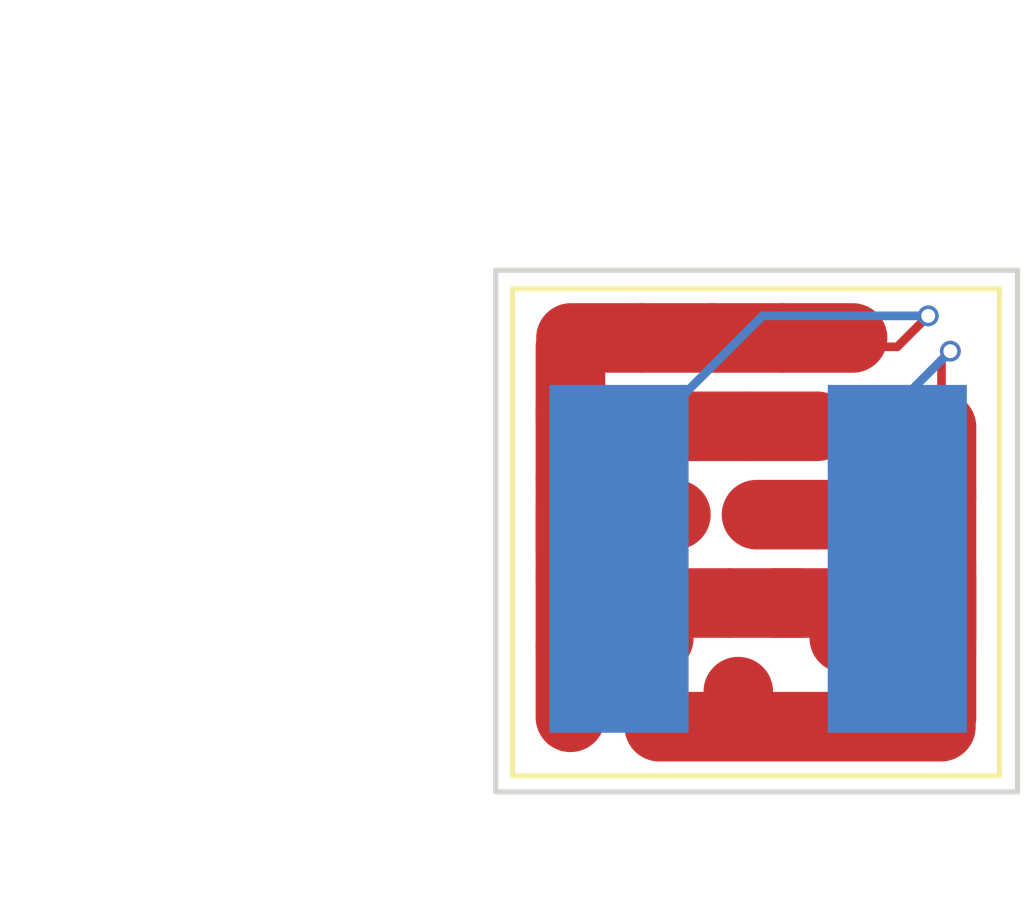
<source format=kicad_pcb>
(kicad_pcb (version 4) (host pcbnew 4.0.6)

  (general
    (links 33)
    (no_connects 20)
    (area 138.033002 82.704659 165.075001 108.263)
    (thickness 1.6)
    (drawings 6)
    (tracks 13)
    (zones 0)
    (modules 2)
    (nets 3)
  )

  (page A4)
  (layers
    (0 F.Cu signal)
    (31 B.Cu signal)
    (32 B.Adhes user)
    (33 F.Adhes user)
    (34 B.Paste user)
    (35 F.Paste user)
    (36 B.SilkS user)
    (37 F.SilkS user)
    (38 B.Mask user)
    (39 F.Mask user)
    (40 Dwgs.User user)
    (41 Cmts.User user)
    (42 Eco1.User user)
    (43 Eco2.User user)
    (44 Edge.Cuts user)
    (45 Margin user)
    (46 B.CrtYd user)
    (47 F.CrtYd user)
    (48 B.Fab user)
    (49 F.Fab user)
  )

  (setup
    (last_trace_width 0.25)
    (trace_clearance 0.2)
    (zone_clearance 0.508)
    (zone_45_only yes)
    (trace_min 0.2)
    (segment_width 0.2)
    (edge_width 0.15)
    (via_size 0.6)
    (via_drill 0.4)
    (via_min_size 0.4)
    (via_min_drill 0.3)
    (uvia_size 0.3)
    (uvia_drill 0.1)
    (uvias_allowed no)
    (uvia_min_size 0.2)
    (uvia_min_drill 0.1)
    (pcb_text_width 0.3)
    (pcb_text_size 1.5 1.5)
    (mod_edge_width 0.15)
    (mod_text_size 1 1)
    (mod_text_width 0.15)
    (pad_size 4 2)
    (pad_drill 0)
    (pad_to_mask_clearance 0.2)
    (aux_axis_origin 188.468 96.3295)
    (visible_elements 7FFFFFFF)
    (pcbplotparams
      (layerselection 0x00030_80000001)
      (usegerberextensions false)
      (excludeedgelayer true)
      (linewidth 0.100000)
      (plotframeref false)
      (viasonmask false)
      (mode 1)
      (useauxorigin false)
      (hpglpennumber 1)
      (hpglpenspeed 20)
      (hpglpendiameter 15)
      (hpglpenoverlay 2)
      (psnegative false)
      (psa4output false)
      (plotreference true)
      (plotvalue true)
      (plotinvisibletext false)
      (padsonsilk false)
      (subtractmaskfromsilk false)
      (outputformat 1)
      (mirror false)
      (drillshape 1)
      (scaleselection 1)
      (outputdirectory ""))
  )

  (net 0 "")
  (net 1 "Net-(J1-Pad1)")
  (net 2 GND)

  (net_class Default "This is the default net class."
    (clearance 0.2)
    (trace_width 0.25)
    (via_dia 0.6)
    (via_drill 0.4)
    (uvia_dia 0.3)
    (uvia_drill 0.1)
    (add_net GND)
    (add_net "Net-(J1-Pad1)")
  )

  (module touch_conn (layer B.Cu) (tedit 5B1A665A) (tstamp 5B04087E)
    (at 157.5435 98.298 90)
    (path /5B018E1F)
    (fp_text reference J1 (at 0 -7.112 90) (layer B.Fab)
      (effects (font (size 1 1) (thickness 0.15)) (justify mirror))
    )
    (fp_text value CONN_01X02 (at 0 -8.89 90) (layer B.Fab)
      (effects (font (size 1 1) (thickness 0.15)) (justify mirror))
    )
    (pad 2 smd rect (at 0 -4 90) (size 10 4) (layers B.Cu B.Paste B.Mask)
      (net 2 GND))
    (pad 1 smd rect (at 0 4 90) (size 10 4) (layers B.Cu B.Paste B.Mask)
      (net 1 "Net-(J1-Pad1)"))
  )

  (module Touch_conn:touch_zig_pro (layer F.Cu) (tedit 5C166DDF) (tstamp 5B040897)
    (at 157.48 97.536)
    (path /5AF988CE)
    (fp_text reference JP1 (at 0 9.652) (layer F.Fab)
      (effects (font (size 1 1) (thickness 0.15)))
    )
    (fp_text value touch (at 0 8.128) (layer F.Fab)
      (effects (font (size 1 1) (thickness 0.15)))
    )
    (fp_line (start -7 7) (end 7 7) (layer F.SilkS) (width 0.15))
    (fp_line (start 7 7) (end 7 -7) (layer F.SilkS) (width 0.15))
    (fp_line (start -7 -7) (end 7 -7) (layer F.SilkS) (width 0.15))
    (fp_line (start -7 7) (end -7 -7) (layer F.SilkS) (width 0.15))
    (pad 1 smd oval (at 2.54 2.54) (size 2 3) (layers F.Cu F.Paste F.Mask)
      (net 2 GND))
    (pad 2 smd oval (at -0.508 5.08) (size 2 3) (layers F.Cu F.Paste F.Mask)
      (net 1 "Net-(J1-Pad1)"))
    (pad 1 smd oval (at -2.794 2.54) (size 2 3) (layers F.Cu F.Paste F.Mask)
      (net 2 GND))
    (pad 1 smd oval (at 0.762 -3.048) (size 4 2) (layers F.Cu F.Paste F.Mask)
      (net 2 GND))
    (pad 1 smd oval (at -1.27 -3.048) (size 4 2) (layers F.Cu F.Paste F.Mask)
      (net 2 GND))
    (pad 2 smd oval (at 1.016 -0.508) (size 4 2) (layers F.Cu F.Paste F.Mask)
      (net 1 "Net-(J1-Pad1)"))
    (pad 2 smd oval (at -1.778 5.588) (size 4 2) (layers F.Cu F.Paste F.Mask)
      (net 1 "Net-(J1-Pad1)"))
    (pad 1 smd oval (at -3.302 -3.048) (size 4 2) (layers F.Cu F.Paste F.Mask)
      (net 2 GND))
    (pad 2 smd oval (at 4.572 -3.048) (size 3 2) (layers F.Cu F.Paste F.Mask)
      (net 1 "Net-(J1-Pad1)"))
    (pad 2 smd oval (at 5.334 2.032) (size 2 4) (layers F.Cu F.Paste F.Mask)
      (net 1 "Net-(J1-Pad1)"))
    (pad 1 smd oval (at -5.334 -0.508) (size 2 4) (layers F.Cu F.Paste F.Mask)
      (net 2 GND))
    (pad 1 smd oval (at 1.524 2.032) (size 4 2) (layers F.Cu F.Paste F.Mask)
      (net 2 GND))
    (pad 1 smd oval (at 0.254 2.032) (size 4 2) (layers F.Cu F.Paste F.Mask)
      (net 2 GND))
    (pad 1 smd oval (at -1.778 2.032) (size 4 2) (layers F.Cu F.Paste F.Mask)
      (net 2 GND))
    (pad 1 smd oval (at -3.81 2.032) (size 4 2) (layers F.Cu F.Paste F.Mask)
      (net 2 GND))
    (pad 1 smd oval (at -3.302 -0.508) (size 4 2) (layers F.Cu F.Paste F.Mask)
      (net 2 GND))
    (pad 2 smd oval (at 3.302 -0.508) (size 4 2) (layers F.Cu F.Paste F.Mask)
      (net 1 "Net-(J1-Pad1)"))
    (pad 2 smd oval (at 5.334 -2.032) (size 2 4) (layers F.Cu F.Paste F.Mask)
      (net 1 "Net-(J1-Pad1)"))
    (pad 2 smd oval (at 5.334 0) (size 2 4) (layers F.Cu F.Paste F.Mask)
      (net 1 "Net-(J1-Pad1)"))
    (pad 2 smd oval (at 5.334 2.286) (size 2 4) (layers F.Cu F.Paste F.Mask)
      (net 1 "Net-(J1-Pad1)"))
    (pad 2 smd oval (at 5.334 4.318) (size 2 4) (layers F.Cu F.Paste F.Mask)
      (net 1 "Net-(J1-Pad1)"))
    (pad 2 smd oval (at 2.286 5.588) (size 4 2) (layers F.Cu F.Paste F.Mask)
      (net 1 "Net-(J1-Pad1)"))
    (pad 2 smd oval (at 4.318 5.588) (size 4 2) (layers F.Cu F.Paste F.Mask)
      (net 1 "Net-(J1-Pad1)"))
    (pad 2 smd oval (at 0.254 5.588) (size 4 2) (layers F.Cu F.Paste F.Mask)
      (net 1 "Net-(J1-Pad1)"))
    (pad 1 smd oval (at -5.334 4.318) (size 2 4) (layers F.Cu F.Paste F.Mask)
      (net 2 GND))
    (pad 1 smd oval (at -5.334 2.286) (size 2 4) (layers F.Cu F.Paste F.Mask)
      (net 2 GND))
    (pad 1 smd oval (at -5.334 0.254) (size 2 4) (layers F.Cu F.Paste F.Mask)
      (net 2 GND))
    (pad 1 smd oval (at -5.334 -2.54) (size 2 4) (layers F.Cu F.Paste F.Mask)
      (net 2 GND))
    (pad 1 smd oval (at 1.778 -5.588) (size 4 2) (layers F.Cu F.Paste F.Mask)
      (net 2 GND))
    (pad 1 smd oval (at -0.254 -5.588) (size 4 2) (layers F.Cu F.Paste F.Mask)
      (net 2 GND))
    (pad 1 smd oval (at -2.286 -5.588) (size 4 2) (layers F.Cu F.Paste F.Mask)
      (net 2 GND))
    (pad 1 smd oval (at -4.318 -5.588) (size 4 2) (layers F.Cu F.Paste F.Mask)
      (net 2 GND))
    (pad 1 smd oval (at -5.334 -4.318) (size 2 4) (layers F.Cu F.Paste F.Mask)
      (net 2 GND))
  )

  (gr_line (start 150 90) (end 165 90) (angle 90) (layer Edge.Cuts) (width 0.15))
  (dimension 14.986 (width 0.3) (layer Eco1.User)
    (gr_text "15 mm" (at 142.033001 97.4725 270) (layer Eco1.User)
      (effects (font (size 1.5 1.5) (thickness 0.3)))
    )
    (feature1 (pts (xy 149.987 104.9655) (xy 140.683001 104.9655)))
    (feature2 (pts (xy 149.987 89.9795) (xy 140.683001 89.9795)))
    (crossbar (pts (xy 143.383001 89.9795) (xy 143.383001 104.9655)))
    (arrow1a (pts (xy 143.383001 104.9655) (xy 142.79658 103.838996)))
    (arrow1b (pts (xy 143.383001 104.9655) (xy 143.969422 103.838996)))
    (arrow2a (pts (xy 143.383001 89.9795) (xy 142.79658 91.106004)))
    (arrow2b (pts (xy 143.383001 89.9795) (xy 143.969422 91.106004)))
  )
  (dimension 15.049634 (width 0.3) (layer Eco1.User)
    (gr_text "15 mm" (at 157.536749 84.086397 359.7582471) (layer Eco1.User)
      (effects (font (size 1.5 1.5) (thickness 0.3)))
    )
    (feature1 (pts (xy 165.0365 90.043) (xy 165.067195 82.768159)))
    (feature2 (pts (xy 149.987 89.9795) (xy 150.017695 82.704659)))
    (crossbar (pts (xy 150.006303 85.404635) (xy 165.055803 85.468135)))
    (arrow1a (pts (xy 165.055803 85.468135) (xy 163.926835 86.049797)))
    (arrow1b (pts (xy 165.055803 85.468135) (xy 163.931784 84.876966)))
    (arrow2a (pts (xy 150.006303 85.404635) (xy 151.130322 85.995804)))
    (arrow2b (pts (xy 150.006303 85.404635) (xy 151.135271 84.822973)))
  )
  (gr_line (start 150 105) (end 165 105) (angle 90) (layer Edge.Cuts) (width 0.15) (tstamp 5B02E455))
  (gr_line (start 165 90) (end 165 105) (angle 90) (layer Edge.Cuts) (width 0.15) (tstamp 5B02E449))
  (gr_line (start 150 90) (end 150 105) (angle 90) (layer Edge.Cuts) (width 0.15))

  (segment (start 161.48 101.092) (end 161.48 93.917) (width 0.25) (layer B.Cu) (net 1))
  (segment (start 162.814 92.583) (end 162.814 95.504) (width 0.25) (layer F.Cu) (net 1) (tstamp 5B05992C))
  (segment (start 163.068 92.329) (end 162.814 92.583) (width 0.25) (layer F.Cu) (net 1) (tstamp 5B05992B))
  (via (at 163.068 92.329) (size 0.6) (drill 0.4) (layers F.Cu B.Cu) (net 1))
  (segment (start 161.48 93.917) (end 163.068 92.329) (width 0.25) (layer B.Cu) (net 1) (tstamp 5B059927))
  (segment (start 162.814 95.504) (end 161.798 95.758) (width 0.25) (layer F.Cu) (net 1) (tstamp 5B05992D))
  (segment (start 162.433 91.313) (end 157.6705 91.313) (width 0.25) (layer B.Cu) (net 2))
  (segment (start 159.258 92.202) (end 161.544 92.202) (width 0.25) (layer F.Cu) (net 2) (tstamp 5B059931))
  (segment (start 162.433 91.313) (end 161.544 92.202) (width 0.25) (layer F.Cu) (net 2) (tstamp 5B059930))
  (via (at 162.433 91.313) (size 0.6) (drill 0.4) (layers F.Cu B.Cu) (net 2))
  (segment (start 157.6705 91.313) (end 153.5435 95.44) (width 0.25) (layer B.Cu) (net 2) (tstamp 5B1A6717))
  (segment (start 153.5435 95.44) (end 153.5435 98.298) (width 0.25) (layer B.Cu) (net 2) (tstamp 5B1A671B))
  (segment (start 153.48 101.092) (end 153.48 100.266) (width 0.25) (layer B.Cu) (net 2))

)

</source>
